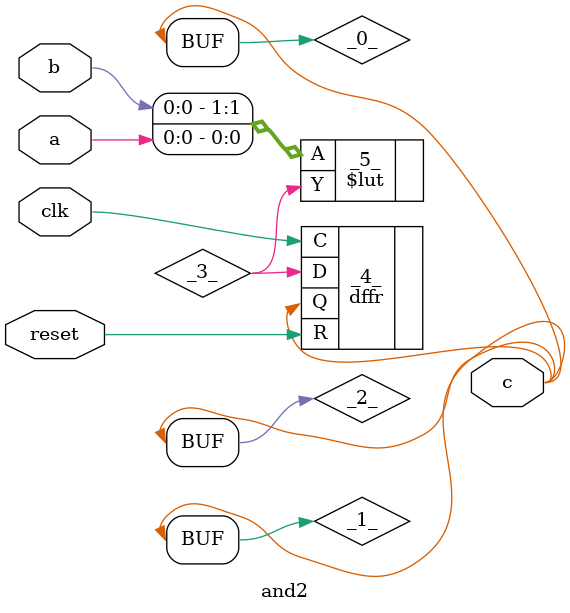
<source format=v>
/* Generated by Yosys 0.18+10 (git sha1 d33a229cd, gcc 11.2.0 -fPIC -Os) */

module and2(a, b, c, clk, reset);
  input a;
  input b;
  output c;
  input clk;
  input reset;
  (* keep = 32'h00000001 *)
  wire _0_;
  (* keep = 32'h00000001 *)
  wire _1_;
  (* keep = 32'h00000001 *)
  wire _2_;
  wire _3_;
  (* src = "/nfs_project/castor/DV/Hamza/RS/Jira_Testcase/CASTORIP-160/and2.v:14" *)
  (* src = "/nfs_project/castor/DV/Hamza/RS/Jira_Testcase/CASTORIP-160/and2.v:14" *)
  wire a;
  (* src = "/nfs_project/castor/DV/Hamza/RS/Jira_Testcase/CASTORIP-160/and2.v:15" *)
  (* src = "/nfs_project/castor/DV/Hamza/RS/Jira_Testcase/CASTORIP-160/and2.v:15" *)
  wire b;
  (* keep = 32'h00000001 *)
  (* src = "/nfs_project/castor/DV/Hamza/RS/Jira_Testcase/CASTORIP-160/and2.v:18" *)
  (* keep = 32'h00000001 *)
  (* src = "/nfs_project/castor/DV/Hamza/RS/Jira_Testcase/CASTORIP-160/and2.v:18" *)
  wire c;
  (* keep = 32'h00000001 *)
  (* src = "/nfs_project/castor/DV/Hamza/RS/Jira_Testcase/CASTORIP-160/and2.v:16" *)
  (* keep = 32'h00000001 *)
  (* src = "/nfs_project/castor/DV/Hamza/RS/Jira_Testcase/CASTORIP-160/and2.v:16" *)
  wire clk;
  (* src = "/nfs_project/castor/DV/Hamza/RS/Jira_Testcase/CASTORIP-160/and2.v:17" *)
  (* src = "/nfs_project/castor/DV/Hamza/RS/Jira_Testcase/CASTORIP-160/and2.v:17" *)
  wire reset;
  (* module_not_derived = 32'h00000001 *)
  (* src = "/nfs_eda_sw/softwares/Raptor/instl_dir/02_17_2023_10_33_43/bin/../share/yosys/rapidsilicon/genesis2/ffs_map.v:40.10-40.56" *)
  dffr _4_ (
    .C(clk),
    .D(_3_),
    .Q(c),
    .R(reset)
  );
  \$lut  #(
    .LUT(4'h8),
    .WIDTH(32'h00000002)
  ) _5_ (
    .A({ b, a }),
    .Y(_3_)
  );
  assign _0_ = c;
  assign _1_ = c;
  assign _2_ = c;
endmodule

</source>
